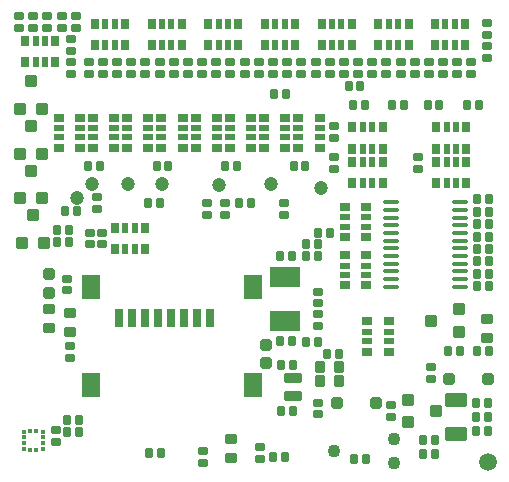
<source format=gbs>
G04*
G04 #@! TF.GenerationSoftware,Altium Limited,Altium Designer,22.8.2 (66)*
G04*
G04 Layer_Color=16711935*
%FSLAX25Y25*%
%MOIN*%
G70*
G04*
G04 #@! TF.SameCoordinates,C15F438A-7333-46A9-8A61-A614EFA01F39*
G04*
G04*
G04 #@! TF.FilePolarity,Negative*
G04*
G01*
G75*
G04:AMPARAMS|DCode=49|XSize=31.5mil|YSize=27.56mil|CornerRadius=4.33mil|HoleSize=0mil|Usage=FLASHONLY|Rotation=0.000|XOffset=0mil|YOffset=0mil|HoleType=Round|Shape=RoundedRectangle|*
%AMROUNDEDRECTD49*
21,1,0.03150,0.01890,0,0,0.0*
21,1,0.02284,0.02756,0,0,0.0*
1,1,0.00866,0.01142,-0.00945*
1,1,0.00866,-0.01142,-0.00945*
1,1,0.00866,-0.01142,0.00945*
1,1,0.00866,0.01142,0.00945*
%
%ADD49ROUNDEDRECTD49*%
G04:AMPARAMS|DCode=53|XSize=29.53mil|YSize=35.43mil|CornerRadius=4.53mil|HoleSize=0mil|Usage=FLASHONLY|Rotation=270.000|XOffset=0mil|YOffset=0mil|HoleType=Round|Shape=RoundedRectangle|*
%AMROUNDEDRECTD53*
21,1,0.02953,0.02638,0,0,270.0*
21,1,0.02047,0.03543,0,0,270.0*
1,1,0.00906,-0.01319,-0.01024*
1,1,0.00906,-0.01319,0.01024*
1,1,0.00906,0.01319,0.01024*
1,1,0.00906,0.01319,-0.01024*
%
%ADD53ROUNDEDRECTD53*%
G04:AMPARAMS|DCode=54|XSize=21.65mil|YSize=35.43mil|CornerRadius=3.74mil|HoleSize=0mil|Usage=FLASHONLY|Rotation=270.000|XOffset=0mil|YOffset=0mil|HoleType=Round|Shape=RoundedRectangle|*
%AMROUNDEDRECTD54*
21,1,0.02165,0.02795,0,0,270.0*
21,1,0.01417,0.03543,0,0,270.0*
1,1,0.00748,-0.01398,-0.00709*
1,1,0.00748,-0.01398,0.00709*
1,1,0.00748,0.01398,0.00709*
1,1,0.00748,0.01398,-0.00709*
%
%ADD54ROUNDEDRECTD54*%
G04:AMPARAMS|DCode=64|XSize=31.5mil|YSize=27.56mil|CornerRadius=4.33mil|HoleSize=0mil|Usage=FLASHONLY|Rotation=270.000|XOffset=0mil|YOffset=0mil|HoleType=Round|Shape=RoundedRectangle|*
%AMROUNDEDRECTD64*
21,1,0.03150,0.01890,0,0,270.0*
21,1,0.02284,0.02756,0,0,270.0*
1,1,0.00866,-0.00945,-0.01142*
1,1,0.00866,-0.00945,0.01142*
1,1,0.00866,0.00945,0.01142*
1,1,0.00866,0.00945,-0.01142*
%
%ADD64ROUNDEDRECTD64*%
%ADD65C,0.04294*%
%ADD66C,0.04724*%
%ADD67C,0.05906*%
G04:AMPARAMS|DCode=106|XSize=62.99mil|YSize=29.53mil|CornerRadius=4.53mil|HoleSize=0mil|Usage=FLASHONLY|Rotation=270.000|XOffset=0mil|YOffset=0mil|HoleType=Round|Shape=RoundedRectangle|*
%AMROUNDEDRECTD106*
21,1,0.06299,0.02047,0,0,270.0*
21,1,0.05394,0.02953,0,0,270.0*
1,1,0.00906,-0.01024,-0.02697*
1,1,0.00906,-0.01024,0.02697*
1,1,0.00906,0.01024,0.02697*
1,1,0.00906,0.01024,-0.02697*
%
%ADD106ROUNDEDRECTD106*%
G04:AMPARAMS|DCode=107|XSize=82.68mil|YSize=61.02mil|CornerRadius=7.68mil|HoleSize=0mil|Usage=FLASHONLY|Rotation=270.000|XOffset=0mil|YOffset=0mil|HoleType=Round|Shape=RoundedRectangle|*
%AMROUNDEDRECTD107*
21,1,0.08268,0.04567,0,0,270.0*
21,1,0.06732,0.06102,0,0,270.0*
1,1,0.01535,-0.02284,-0.03366*
1,1,0.01535,-0.02284,0.03366*
1,1,0.01535,0.02284,0.03366*
1,1,0.01535,0.02284,-0.03366*
%
%ADD107ROUNDEDRECTD107*%
G04:AMPARAMS|DCode=108|XSize=39.76mil|YSize=37.4mil|CornerRadius=5.32mil|HoleSize=0mil|Usage=FLASHONLY|Rotation=180.000|XOffset=0mil|YOffset=0mil|HoleType=Round|Shape=RoundedRectangle|*
%AMROUNDEDRECTD108*
21,1,0.03976,0.02677,0,0,180.0*
21,1,0.02913,0.03740,0,0,180.0*
1,1,0.01063,-0.01457,0.01339*
1,1,0.01063,0.01457,0.01339*
1,1,0.01063,0.01457,-0.01339*
1,1,0.01063,-0.01457,-0.01339*
%
%ADD108ROUNDEDRECTD108*%
%ADD109R,0.09843X0.07087*%
G04:AMPARAMS|DCode=110|XSize=29.53mil|YSize=35.43mil|CornerRadius=4.53mil|HoleSize=0mil|Usage=FLASHONLY|Rotation=180.000|XOffset=0mil|YOffset=0mil|HoleType=Round|Shape=RoundedRectangle|*
%AMROUNDEDRECTD110*
21,1,0.02953,0.02638,0,0,180.0*
21,1,0.02047,0.03543,0,0,180.0*
1,1,0.00906,-0.01024,0.01319*
1,1,0.00906,0.01024,0.01319*
1,1,0.00906,0.01024,-0.01319*
1,1,0.00906,-0.01024,-0.01319*
%
%ADD110ROUNDEDRECTD110*%
G04:AMPARAMS|DCode=111|XSize=21.65mil|YSize=35.43mil|CornerRadius=3.74mil|HoleSize=0mil|Usage=FLASHONLY|Rotation=180.000|XOffset=0mil|YOffset=0mil|HoleType=Round|Shape=RoundedRectangle|*
%AMROUNDEDRECTD111*
21,1,0.02165,0.02795,0,0,180.0*
21,1,0.01417,0.03543,0,0,180.0*
1,1,0.00748,-0.00709,0.01398*
1,1,0.00748,0.00709,0.01398*
1,1,0.00748,0.00709,-0.01398*
1,1,0.00748,-0.00709,-0.01398*
%
%ADD111ROUNDEDRECTD111*%
G04:AMPARAMS|DCode=112|XSize=39.37mil|YSize=41.34mil|CornerRadius=5.51mil|HoleSize=0mil|Usage=FLASHONLY|Rotation=90.000|XOffset=0mil|YOffset=0mil|HoleType=Round|Shape=RoundedRectangle|*
%AMROUNDEDRECTD112*
21,1,0.03937,0.03032,0,0,90.0*
21,1,0.02835,0.04134,0,0,90.0*
1,1,0.01102,0.01516,0.01417*
1,1,0.01102,0.01516,-0.01417*
1,1,0.01102,-0.01516,-0.01417*
1,1,0.01102,-0.01516,0.01417*
%
%ADD112ROUNDEDRECTD112*%
G04:AMPARAMS|DCode=113|XSize=39.37mil|YSize=41.34mil|CornerRadius=5.51mil|HoleSize=0mil|Usage=FLASHONLY|Rotation=90.000|XOffset=0mil|YOffset=0mil|HoleType=Round|Shape=RoundedRectangle|*
%AMROUNDEDRECTD113*
21,1,0.03937,0.03032,0,0,90.0*
21,1,0.02835,0.04134,0,0,90.0*
1,1,0.01102,0.01516,0.01417*
1,1,0.01102,0.01516,-0.01417*
1,1,0.01102,-0.01516,-0.01417*
1,1,0.01102,-0.01516,0.01417*
%
%ADD113ROUNDEDRECTD113*%
G04:AMPARAMS|DCode=114|XSize=31.5mil|YSize=40.16mil|CornerRadius=4.72mil|HoleSize=0mil|Usage=FLASHONLY|Rotation=270.000|XOffset=0mil|YOffset=0mil|HoleType=Round|Shape=RoundedRectangle|*
%AMROUNDEDRECTD114*
21,1,0.03150,0.03071,0,0,270.0*
21,1,0.02205,0.04016,0,0,270.0*
1,1,0.00945,-0.01535,-0.01102*
1,1,0.00945,-0.01535,0.01102*
1,1,0.00945,0.01535,0.01102*
1,1,0.00945,0.01535,-0.01102*
%
%ADD114ROUNDEDRECTD114*%
G04:AMPARAMS|DCode=115|XSize=31.5mil|YSize=59.06mil|CornerRadius=4.72mil|HoleSize=0mil|Usage=FLASHONLY|Rotation=90.000|XOffset=0mil|YOffset=0mil|HoleType=Round|Shape=RoundedRectangle|*
%AMROUNDEDRECTD115*
21,1,0.03150,0.04961,0,0,90.0*
21,1,0.02205,0.05906,0,0,90.0*
1,1,0.00945,0.02480,0.01102*
1,1,0.00945,0.02480,-0.01102*
1,1,0.00945,-0.02480,-0.01102*
1,1,0.00945,-0.02480,0.01102*
%
%ADD115ROUNDEDRECTD115*%
G04:AMPARAMS|DCode=116|XSize=31.5mil|YSize=40.16mil|CornerRadius=4.72mil|HoleSize=0mil|Usage=FLASHONLY|Rotation=180.000|XOffset=0mil|YOffset=0mil|HoleType=Round|Shape=RoundedRectangle|*
%AMROUNDEDRECTD116*
21,1,0.03150,0.03071,0,0,180.0*
21,1,0.02205,0.04016,0,0,180.0*
1,1,0.00945,-0.01102,0.01535*
1,1,0.00945,0.01102,0.01535*
1,1,0.00945,0.01102,-0.01535*
1,1,0.00945,-0.01102,-0.01535*
%
%ADD116ROUNDEDRECTD116*%
G04:AMPARAMS|DCode=117|XSize=74.8mil|YSize=49.21mil|CornerRadius=6.5mil|HoleSize=0mil|Usage=FLASHONLY|Rotation=180.000|XOffset=0mil|YOffset=0mil|HoleType=Round|Shape=RoundedRectangle|*
%AMROUNDEDRECTD117*
21,1,0.07480,0.03622,0,0,180.0*
21,1,0.06181,0.04921,0,0,180.0*
1,1,0.01299,-0.03091,0.01811*
1,1,0.01299,0.03091,0.01811*
1,1,0.01299,0.03091,-0.01811*
1,1,0.01299,-0.03091,-0.01811*
%
%ADD117ROUNDEDRECTD117*%
G04:AMPARAMS|DCode=118|XSize=37.4mil|YSize=37.4mil|CornerRadius=5.32mil|HoleSize=0mil|Usage=FLASHONLY|Rotation=90.000|XOffset=0mil|YOffset=0mil|HoleType=Round|Shape=RoundedRectangle|*
%AMROUNDEDRECTD118*
21,1,0.03740,0.02677,0,0,90.0*
21,1,0.02677,0.03740,0,0,90.0*
1,1,0.01063,0.01339,0.01339*
1,1,0.01063,0.01339,-0.01339*
1,1,0.01063,-0.01339,-0.01339*
1,1,0.01063,-0.01339,0.01339*
%
%ADD118ROUNDEDRECTD118*%
%ADD119O,0.05354X0.01378*%
G04:AMPARAMS|DCode=120|XSize=39.37mil|YSize=41.34mil|CornerRadius=5.51mil|HoleSize=0mil|Usage=FLASHONLY|Rotation=180.000|XOffset=0mil|YOffset=0mil|HoleType=Round|Shape=RoundedRectangle|*
%AMROUNDEDRECTD120*
21,1,0.03937,0.03032,0,0,180.0*
21,1,0.02835,0.04134,0,0,180.0*
1,1,0.01102,-0.01417,0.01516*
1,1,0.01102,0.01417,0.01516*
1,1,0.01102,0.01417,-0.01516*
1,1,0.01102,-0.01417,-0.01516*
%
%ADD120ROUNDEDRECTD120*%
G04:AMPARAMS|DCode=121|XSize=39.37mil|YSize=41.34mil|CornerRadius=5.51mil|HoleSize=0mil|Usage=FLASHONLY|Rotation=180.000|XOffset=0mil|YOffset=0mil|HoleType=Round|Shape=RoundedRectangle|*
%AMROUNDEDRECTD121*
21,1,0.03937,0.03032,0,0,180.0*
21,1,0.02835,0.04134,0,0,180.0*
1,1,0.01102,-0.01417,0.01516*
1,1,0.01102,0.01417,0.01516*
1,1,0.01102,0.01417,-0.01516*
1,1,0.01102,-0.01417,-0.01516*
%
%ADD121ROUNDEDRECTD121*%
%ADD122R,0.01772X0.01378*%
%ADD123R,0.01378X0.01772*%
D49*
X143307Y35827D02*
D03*
Y31890D02*
D03*
X31890Y92520D02*
D03*
Y88583D02*
D03*
X94193Y86516D02*
D03*
Y90453D02*
D03*
X105512Y20079D02*
D03*
Y24016D02*
D03*
X74508Y86516D02*
D03*
Y90453D02*
D03*
X86319Y5217D02*
D03*
Y9154D02*
D03*
X33464Y80709D02*
D03*
Y76772D02*
D03*
X29528Y80709D02*
D03*
Y76772D02*
D03*
X129921Y19291D02*
D03*
Y23228D02*
D03*
X21850Y65354D02*
D03*
Y61417D02*
D03*
X22834Y42913D02*
D03*
Y38976D02*
D03*
X68602Y86516D02*
D03*
Y90453D02*
D03*
X67323Y7874D02*
D03*
Y3937D02*
D03*
X105511Y49606D02*
D03*
Y53543D02*
D03*
Y61024D02*
D03*
Y57087D02*
D03*
X118897Y137402D02*
D03*
Y133465D02*
D03*
X114173Y137402D02*
D03*
Y133465D02*
D03*
X109449Y137402D02*
D03*
Y133465D02*
D03*
X104724Y137402D02*
D03*
Y133465D02*
D03*
X20079Y148819D02*
D03*
Y152756D02*
D03*
X15354D02*
D03*
Y148819D02*
D03*
X10630D02*
D03*
Y152756D02*
D03*
X5906Y148819D02*
D03*
Y152756D02*
D03*
X138779Y101969D02*
D03*
Y105905D02*
D03*
X110827Y101969D02*
D03*
Y105905D02*
D03*
X142520Y137402D02*
D03*
Y133465D02*
D03*
X147244Y137402D02*
D03*
Y133465D02*
D03*
X151969Y137402D02*
D03*
Y133465D02*
D03*
X156693Y137402D02*
D03*
Y133465D02*
D03*
X123622Y137402D02*
D03*
Y133465D02*
D03*
X128346Y137402D02*
D03*
Y133465D02*
D03*
X133071Y137402D02*
D03*
Y133465D02*
D03*
X137795Y137402D02*
D03*
Y133465D02*
D03*
X85827Y137402D02*
D03*
Y133465D02*
D03*
X90551Y137402D02*
D03*
Y133465D02*
D03*
X95276Y137402D02*
D03*
Y133465D02*
D03*
X100000Y137402D02*
D03*
Y133465D02*
D03*
X66929D02*
D03*
Y137402D02*
D03*
X71653D02*
D03*
Y133465D02*
D03*
X76378Y137402D02*
D03*
Y133465D02*
D03*
X81102Y137402D02*
D03*
Y133465D02*
D03*
X48031Y137402D02*
D03*
Y133465D02*
D03*
X52756Y137402D02*
D03*
Y133465D02*
D03*
X57480Y137402D02*
D03*
Y133465D02*
D03*
X62204Y137402D02*
D03*
Y133465D02*
D03*
X33858Y137402D02*
D03*
Y133465D02*
D03*
X38582Y137402D02*
D03*
Y133465D02*
D03*
X43307Y137402D02*
D03*
Y133465D02*
D03*
X161811Y138779D02*
D03*
Y142717D02*
D03*
X24803Y152756D02*
D03*
Y148819D02*
D03*
X110827Y112205D02*
D03*
Y116142D02*
D03*
X23228Y133465D02*
D03*
Y137402D02*
D03*
X161811Y146457D02*
D03*
Y150394D02*
D03*
X23228Y145276D02*
D03*
Y141339D02*
D03*
X18110Y14961D02*
D03*
Y11024D02*
D03*
X29133Y137402D02*
D03*
Y133465D02*
D03*
D53*
X129134Y51083D02*
D03*
X122047D02*
D03*
X122047Y41043D02*
D03*
X129134D02*
D03*
X114567Y79232D02*
D03*
X121653D02*
D03*
Y89272D02*
D03*
X114567D02*
D03*
Y63091D02*
D03*
X121653D02*
D03*
Y73130D02*
D03*
X114567D02*
D03*
X19094Y118996D02*
D03*
X26181Y118996D02*
D03*
Y108957D02*
D03*
X19094D02*
D03*
X37598D02*
D03*
X30512Y108957D02*
D03*
Y118996D02*
D03*
X37598D02*
D03*
X87598Y118996D02*
D03*
X94685D02*
D03*
Y108957D02*
D03*
X87598D02*
D03*
X106102Y108957D02*
D03*
X99015D02*
D03*
Y118996D02*
D03*
X106102Y118996D02*
D03*
X64763Y118996D02*
D03*
X71850D02*
D03*
X71850Y108957D02*
D03*
X64763Y108957D02*
D03*
X83268Y108957D02*
D03*
X76181D02*
D03*
Y118996D02*
D03*
X83268Y118996D02*
D03*
X41929Y118996D02*
D03*
X49015D02*
D03*
X49016Y108957D02*
D03*
X41929Y108957D02*
D03*
X60433Y108957D02*
D03*
X53346D02*
D03*
Y118996D02*
D03*
X60433Y118996D02*
D03*
D54*
X129134Y47638D02*
D03*
X129134Y44488D02*
D03*
X122047Y44488D02*
D03*
Y47638D02*
D03*
X114567Y82677D02*
D03*
Y85827D02*
D03*
X121653D02*
D03*
Y82677D02*
D03*
X114567Y66536D02*
D03*
Y69685D02*
D03*
X121653D02*
D03*
Y66536D02*
D03*
X26181Y112402D02*
D03*
Y115551D02*
D03*
X19094D02*
D03*
Y112402D02*
D03*
X30512Y115551D02*
D03*
Y112402D02*
D03*
X37598D02*
D03*
Y115551D02*
D03*
X94685Y112402D02*
D03*
Y115551D02*
D03*
X87598D02*
D03*
Y112402D02*
D03*
X99015Y115551D02*
D03*
Y112402D02*
D03*
X106102D02*
D03*
Y115551D02*
D03*
X71850Y112402D02*
D03*
Y115551D02*
D03*
X64763D02*
D03*
Y112402D02*
D03*
X76181Y115551D02*
D03*
Y112402D02*
D03*
X83268Y112402D02*
D03*
X83268Y115551D02*
D03*
X49015Y112402D02*
D03*
Y115551D02*
D03*
X41929D02*
D03*
Y112402D02*
D03*
X53346Y115551D02*
D03*
Y112402D02*
D03*
X60433Y112402D02*
D03*
X60433Y115551D02*
D03*
D64*
X21260Y87795D02*
D03*
X25197D02*
D03*
X158268Y14567D02*
D03*
X162205D02*
D03*
X90551Y5906D02*
D03*
X94488D02*
D03*
X21850Y18110D02*
D03*
X25787D02*
D03*
X49213Y7087D02*
D03*
X53150D02*
D03*
X144488Y6988D02*
D03*
X140551D02*
D03*
X144488Y11417D02*
D03*
X140551D02*
D03*
X101575Y72835D02*
D03*
X105511D02*
D03*
X92913D02*
D03*
X96850D02*
D03*
X92913Y44488D02*
D03*
X96850D02*
D03*
X158268Y24016D02*
D03*
X162205D02*
D03*
X121457Y5315D02*
D03*
X117520D02*
D03*
X158268Y19291D02*
D03*
X162205D02*
D03*
X109449Y80709D02*
D03*
X105512D02*
D03*
X18504Y81496D02*
D03*
X22441D02*
D03*
X18504Y77559D02*
D03*
X22441D02*
D03*
X25787Y14173D02*
D03*
X21850D02*
D03*
X52854Y90453D02*
D03*
X48917D02*
D03*
X101575Y44094D02*
D03*
X105512D02*
D03*
X101575Y76772D02*
D03*
X105512D02*
D03*
X93307Y21260D02*
D03*
X97244D02*
D03*
X93307Y36614D02*
D03*
X97244D02*
D03*
X79232Y90453D02*
D03*
X83169D02*
D03*
X108563Y40059D02*
D03*
X112500D02*
D03*
X32874Y102756D02*
D03*
X28937D02*
D03*
X101378D02*
D03*
X97441D02*
D03*
X78543D02*
D03*
X74606D02*
D03*
X55709D02*
D03*
X51772D02*
D03*
X94882Y126772D02*
D03*
X90945D02*
D03*
X142059Y123228D02*
D03*
X145996D02*
D03*
X159122Y123228D02*
D03*
X155185D02*
D03*
X117256Y123228D02*
D03*
X121193D02*
D03*
X134319Y123228D02*
D03*
X130382D02*
D03*
X162598Y41339D02*
D03*
X158661D02*
D03*
X148819D02*
D03*
X152756D02*
D03*
X119685Y129528D02*
D03*
X115748D02*
D03*
X158661Y91732D02*
D03*
X162598D02*
D03*
X158661Y79331D02*
D03*
X162598D02*
D03*
X158661Y75197D02*
D03*
X162598D02*
D03*
X158661Y66929D02*
D03*
X162598D02*
D03*
X158661Y71063D02*
D03*
X162598D02*
D03*
X158661Y62795D02*
D03*
X162598D02*
D03*
X158661Y83465D02*
D03*
X162598D02*
D03*
X158661Y87598D02*
D03*
X162598D02*
D03*
D65*
X130787Y3933D02*
D03*
Y11933D02*
D03*
X110787Y7933D02*
D03*
D66*
X72441Y96457D02*
D03*
X25197Y92126D02*
D03*
X30315Y96850D02*
D03*
X42126D02*
D03*
X53543Y96850D02*
D03*
X89764Y96850D02*
D03*
X106693Y95669D02*
D03*
D67*
X162205Y4331D02*
D03*
D106*
X69409Y52350D02*
D03*
X65079D02*
D03*
X60748D02*
D03*
X56417D02*
D03*
X52086D02*
D03*
X47756D02*
D03*
X43425D02*
D03*
X39094D02*
D03*
D107*
X29724Y62587D02*
D03*
Y29909D02*
D03*
X83858D02*
D03*
Y62587D02*
D03*
D108*
X111811Y24016D02*
D03*
X124803D02*
D03*
X162205Y31890D02*
D03*
X149213Y31890D02*
D03*
D109*
X94488Y65945D02*
D03*
X94488Y51378D02*
D03*
D110*
X37894Y75197D02*
D03*
Y82284D02*
D03*
X47933D02*
D03*
X47933Y75197D02*
D03*
X106791Y150197D02*
D03*
Y143110D02*
D03*
X116831D02*
D03*
Y150197D02*
D03*
X155020Y115748D02*
D03*
X155020Y108661D02*
D03*
X144980Y108661D02*
D03*
X144980Y115748D02*
D03*
X144980Y97244D02*
D03*
Y104331D02*
D03*
X155020D02*
D03*
X155020Y97244D02*
D03*
X127067Y115748D02*
D03*
X127067Y108661D02*
D03*
X117027Y108661D02*
D03*
Y115748D02*
D03*
X117027Y97244D02*
D03*
Y104331D02*
D03*
X127067D02*
D03*
Y97244D02*
D03*
X144586Y150197D02*
D03*
X144586Y143110D02*
D03*
X154626D02*
D03*
X154626Y150197D02*
D03*
X125689D02*
D03*
X125689Y143110D02*
D03*
X135728D02*
D03*
Y150197D02*
D03*
X87894D02*
D03*
Y143110D02*
D03*
X97933D02*
D03*
X97933Y150197D02*
D03*
X68996D02*
D03*
Y143110D02*
D03*
X79035Y143110D02*
D03*
X79035Y150197D02*
D03*
X50098D02*
D03*
Y143110D02*
D03*
X60138D02*
D03*
X60138Y150197D02*
D03*
X31201D02*
D03*
X31201Y143110D02*
D03*
X41240Y143110D02*
D03*
Y150197D02*
D03*
X18011Y144488D02*
D03*
X18011Y137402D02*
D03*
X7972D02*
D03*
Y144488D02*
D03*
D111*
X44488Y82284D02*
D03*
X41339D02*
D03*
Y75197D02*
D03*
X44488D02*
D03*
X110236Y150197D02*
D03*
X113386D02*
D03*
Y143110D02*
D03*
X110236D02*
D03*
X148425Y108661D02*
D03*
X151575D02*
D03*
Y115748D02*
D03*
X148425Y115748D02*
D03*
X151575Y104331D02*
D03*
X148425D02*
D03*
X148425Y97244D02*
D03*
X151575Y97244D02*
D03*
X120472Y108661D02*
D03*
X123622Y108661D02*
D03*
Y115748D02*
D03*
X120472D02*
D03*
X123622Y104331D02*
D03*
X120472D02*
D03*
Y97244D02*
D03*
X123622D02*
D03*
X148031Y150197D02*
D03*
X151181D02*
D03*
Y143110D02*
D03*
X148031D02*
D03*
X129134Y150197D02*
D03*
X132283D02*
D03*
Y143110D02*
D03*
X129134Y143110D02*
D03*
X91339Y150197D02*
D03*
X94488D02*
D03*
Y143110D02*
D03*
X91339D02*
D03*
X72441Y150197D02*
D03*
X75590D02*
D03*
Y143110D02*
D03*
X72441Y143110D02*
D03*
X53543Y150197D02*
D03*
X56693D02*
D03*
Y143110D02*
D03*
X53543D02*
D03*
X34646Y150197D02*
D03*
X37795D02*
D03*
Y143110D02*
D03*
X34646Y143110D02*
D03*
X11417Y137402D02*
D03*
X14567D02*
D03*
Y144488D02*
D03*
X11417D02*
D03*
D112*
X144764Y21260D02*
D03*
X135512Y17520D02*
D03*
X143306Y51317D02*
D03*
X152558Y55057D02*
D03*
D113*
X135512Y25000D02*
D03*
X152558Y47577D02*
D03*
D114*
X22835Y53937D02*
D03*
Y47638D02*
D03*
X76476Y5610D02*
D03*
Y11909D02*
D03*
X161811Y51968D02*
D03*
X161811Y45669D02*
D03*
X15748Y55118D02*
D03*
Y48819D02*
D03*
D115*
X97244Y32087D02*
D03*
Y26181D02*
D03*
D116*
X112598Y31102D02*
D03*
X106299Y31102D02*
D03*
X112598Y35728D02*
D03*
X106299D02*
D03*
D117*
X151575Y24803D02*
D03*
Y13386D02*
D03*
D118*
X15748Y60630D02*
D03*
Y66850D02*
D03*
X88189Y43268D02*
D03*
Y37047D02*
D03*
D119*
X129921Y62599D02*
D03*
Y65158D02*
D03*
Y67717D02*
D03*
Y70276D02*
D03*
Y72835D02*
D03*
Y75394D02*
D03*
Y77953D02*
D03*
Y80512D02*
D03*
Y83071D02*
D03*
Y85630D02*
D03*
Y88189D02*
D03*
Y90748D02*
D03*
X152913Y62599D02*
D03*
Y65158D02*
D03*
Y67717D02*
D03*
Y70276D02*
D03*
Y72835D02*
D03*
Y75394D02*
D03*
Y77953D02*
D03*
Y80512D02*
D03*
Y83071D02*
D03*
Y85630D02*
D03*
Y88189D02*
D03*
Y90748D02*
D03*
D120*
X9842Y131102D02*
D03*
X13582Y121850D02*
D03*
Y106955D02*
D03*
X9842Y116207D02*
D03*
Y101312D02*
D03*
X13582Y92060D02*
D03*
X10630Y86417D02*
D03*
X14370Y77165D02*
D03*
D121*
X6102Y121850D02*
D03*
Y106955D02*
D03*
Y92060D02*
D03*
X6889Y77165D02*
D03*
D122*
X7480Y10433D02*
D03*
Y12402D02*
D03*
Y8465D02*
D03*
Y14370D02*
D03*
X13779Y8465D02*
D03*
Y10433D02*
D03*
Y12402D02*
D03*
Y14370D02*
D03*
D123*
X9645Y8268D02*
D03*
X11614D02*
D03*
Y14567D02*
D03*
X9645D02*
D03*
M02*

</source>
